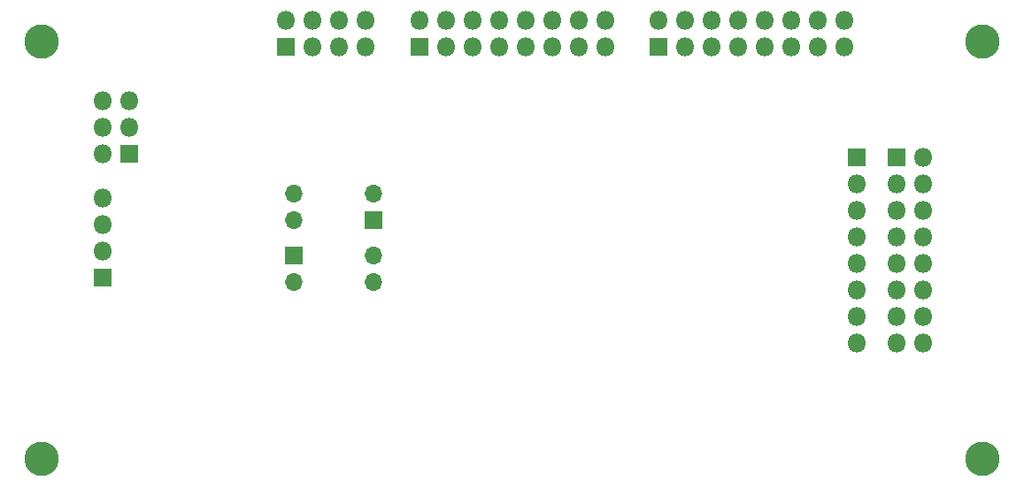
<source format=gbr>
%TF.GenerationSoftware,KiCad,Pcbnew,(5.1.6)-1*%
%TF.CreationDate,2020-11-10T11:45:45+01:00*%
%TF.ProjectId,stm32f373rct6_evaluation_board,73746d33-3266-4333-9733-726374365f65,rev?*%
%TF.SameCoordinates,Original*%
%TF.FileFunction,Soldermask,Bot*%
%TF.FilePolarity,Negative*%
%FSLAX46Y46*%
G04 Gerber Fmt 4.6, Leading zero omitted, Abs format (unit mm)*
G04 Created by KiCad (PCBNEW (5.1.6)-1) date 2020-11-10 11:45:45*
%MOMM*%
%LPD*%
G01*
G04 APERTURE LIST*
%ADD10O,1.800000X1.800000*%
%ADD11R,1.800000X1.800000*%
%ADD12C,3.300000*%
%ADD13O,1.700000X1.700000*%
%ADD14R,1.700000X1.700000*%
G04 APERTURE END LIST*
D10*
%TO.C,J7*%
X121000000Y-86000000D03*
X121000000Y-88540000D03*
X118460000Y-86000000D03*
X118460000Y-88540000D03*
X115920000Y-86000000D03*
X115920000Y-88540000D03*
X113380000Y-86000000D03*
D11*
X113380000Y-88540000D03*
%TD*%
D10*
%TO.C,J5*%
X166780000Y-86000000D03*
X166780000Y-88540000D03*
X164240000Y-86000000D03*
X164240000Y-88540000D03*
X161700000Y-86000000D03*
X161700000Y-88540000D03*
X159160000Y-86000000D03*
X159160000Y-88540000D03*
X156620000Y-86000000D03*
X156620000Y-88540000D03*
X154080000Y-86000000D03*
X154080000Y-88540000D03*
X151540000Y-86000000D03*
X151540000Y-88540000D03*
X149000000Y-86000000D03*
D11*
X149000000Y-88540000D03*
%TD*%
D10*
%TO.C,J1*%
X95800000Y-103000000D03*
X95800000Y-105540000D03*
X95800000Y-108080000D03*
D11*
X95800000Y-110620000D03*
%TD*%
D10*
%TO.C,J3*%
X168000000Y-116870000D03*
X168000000Y-114330000D03*
X168000000Y-111790000D03*
X168000000Y-109250000D03*
X168000000Y-106710000D03*
X168000000Y-104170000D03*
X168000000Y-101630000D03*
D11*
X168000000Y-99090000D03*
%TD*%
D10*
%TO.C,J4*%
X174290000Y-116870000D03*
X171750000Y-116870000D03*
X174290000Y-114330000D03*
X171750000Y-114330000D03*
X174290000Y-111790000D03*
X171750000Y-111790000D03*
X174290000Y-109250000D03*
X171750000Y-109250000D03*
X174290000Y-106710000D03*
X171750000Y-106710000D03*
X174290000Y-104170000D03*
X171750000Y-104170000D03*
X174290000Y-101630000D03*
X171750000Y-101630000D03*
X174290000Y-99090000D03*
D11*
X171750000Y-99090000D03*
%TD*%
D10*
%TO.C,J6*%
X143910000Y-86000000D03*
X143910000Y-88540000D03*
X141370000Y-86000000D03*
X141370000Y-88540000D03*
X138830000Y-86000000D03*
X138830000Y-88540000D03*
X136290000Y-86000000D03*
X136290000Y-88540000D03*
X133750000Y-86000000D03*
X133750000Y-88540000D03*
X131210000Y-86000000D03*
X131210000Y-88540000D03*
X128670000Y-86000000D03*
X128670000Y-88540000D03*
X126130000Y-86000000D03*
D11*
X126130000Y-88540000D03*
%TD*%
D10*
%TO.C,J2*%
X95800000Y-93660000D03*
X98340000Y-93660000D03*
X95800000Y-96200000D03*
X98340000Y-96200000D03*
X95800000Y-98740000D03*
D11*
X98340000Y-98740000D03*
%TD*%
D12*
%TO.C,H4*%
X180000000Y-128000000D03*
%TD*%
%TO.C,H3*%
X90000000Y-128000000D03*
%TD*%
%TO.C,H2*%
X180000000Y-88000000D03*
%TD*%
%TO.C,H1*%
X90000000Y-88000000D03*
%TD*%
D13*
%TO.C,U5*%
X114100000Y-105140000D03*
X121720000Y-102600000D03*
X114100000Y-102600000D03*
D14*
X121720000Y-105140000D03*
%TD*%
D13*
%TO.C,U4*%
X121720000Y-108460000D03*
X114100000Y-111000000D03*
X121720000Y-111000000D03*
D14*
X114100000Y-108460000D03*
%TD*%
M02*

</source>
